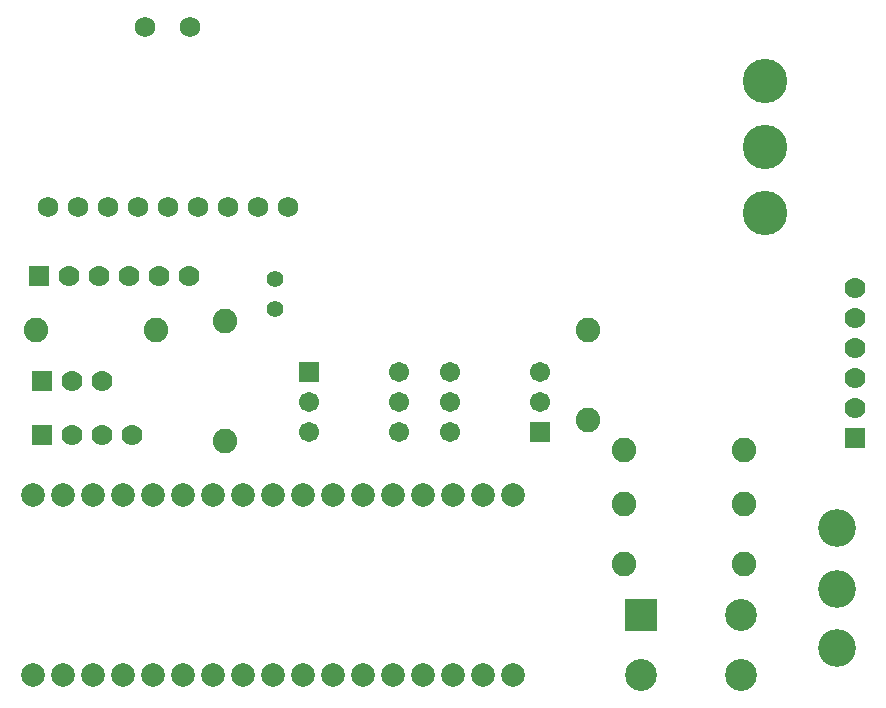
<source format=gbs>
G04 ---------------------------- Layer name :BOTTOM SOLDER LAYER*
G04 EasyEDA v5.6.15, Sat, 28 Jul 2018 02:00:14 GMT*
G04 7648dae5b10347d5bd033efbd386dee3*
G04 Gerber Generator version 0.2*
G04 Scale: 100 percent, Rotated: No, Reflected: No *
G04 Dimensions in inches *
G04 leading zeros omitted , absolute positions ,2 integer and 4 decimal *
%FSLAX24Y24*%
%MOIN*%
G90*
G70D02*

%ADD36R,0.067055X0.067055*%
%ADD37C,0.067055*%
%ADD38C,0.106425*%
%ADD39R,0.106425X0.106425*%
%ADD40C,0.055000*%
%ADD41C,0.082000*%
%ADD42C,0.070000*%
%ADD43R,0.070000X0.070000*%
%ADD44C,0.126110*%
%ADD45C,0.148000*%
%ADD46C,0.068000*%
%ADD47C,0.078866*%

%LPD*%
G54D36*
G01X11100Y11300D03*
G54D37*
G01X11100Y10300D03*
G01X11100Y9300D03*
G01X14100Y11300D03*
G01X14100Y10300D03*
G01X14100Y9300D03*
G54D38*
G01X25500Y1200D03*
G01X25500Y3207D03*
G01X22153Y1200D03*
G54D39*
G01X22153Y3207D03*
G54D40*
G01X9969Y14409D03*
G01X9969Y13409D03*
G54D41*
G01X20400Y9700D03*
G01X20400Y12700D03*
G01X25600Y4900D03*
G01X21600Y4900D03*
G01X25600Y6900D03*
G01X21600Y6900D03*
G01X25600Y8700D03*
G01X21600Y8700D03*
G54D42*
G01X7100Y14500D03*
G01X6100Y14500D03*
G01X5100Y14500D03*
G01X4100Y14500D03*
G01X3100Y14500D03*
G54D43*
G01X2100Y14500D03*
G01X2200Y9200D03*
G54D42*
G01X3200Y9200D03*
G01X4200Y9200D03*
G01X5200Y9200D03*
G01X29300Y14100D03*
G01X29300Y13100D03*
G01X29300Y12100D03*
G01X29300Y11100D03*
G01X29300Y10100D03*
G54D43*
G01X29300Y9100D03*
G54D44*
G01X28700Y2100D03*
G01X28700Y4067D03*
G01X28700Y6100D03*
G54D42*
G01X4200Y11000D03*
G01X3200Y11000D03*
G54D43*
G01X2200Y11000D03*
G54D41*
G01X8300Y13000D03*
G01X8300Y9000D03*
G54D45*
G01X26300Y21009D03*
G01X26300Y18800D03*
G01X26300Y16590D03*
G54D36*
G01X18800Y9300D03*
G54D37*
G01X18800Y10300D03*
G01X18800Y11300D03*
G01X15800Y9300D03*
G01X15800Y10300D03*
G01X15800Y11300D03*
G54D41*
G01X6000Y12700D03*
G01X2000Y12700D03*
G54D46*
G01X2400Y16800D03*
G01X3400Y16800D03*
G01X4400Y16800D03*
G01X5400Y16800D03*
G01X6400Y16800D03*
G01X7400Y16800D03*
G01X8400Y16800D03*
G01X9400Y16800D03*
G01X10400Y16800D03*
G01X7150Y22800D03*
G01X5650Y22800D03*
G54D47*
G01X17900Y7200D03*
G01X16900Y7200D03*
G01X15900Y7200D03*
G01X14900Y7200D03*
G01X13900Y7200D03*
G01X12900Y7200D03*
G01X11900Y7200D03*
G01X10900Y7200D03*
G01X9900Y7200D03*
G01X8900Y7200D03*
G01X7900Y7200D03*
G01X6900Y7200D03*
G01X5900Y7200D03*
G01X4900Y7200D03*
G01X3900Y7200D03*
G01X2900Y7200D03*
G01X1900Y7200D03*
G01X1900Y1200D03*
G01X2900Y1200D03*
G01X3900Y1200D03*
G01X4900Y1200D03*
G01X5900Y1200D03*
G01X6900Y1200D03*
G01X7900Y1200D03*
G01X8900Y1200D03*
G01X9900Y1200D03*
G01X10900Y1200D03*
G01X11900Y1200D03*
G01X12900Y1200D03*
G01X13900Y1200D03*
G01X14900Y1200D03*
G01X15900Y1200D03*
G01X16900Y1200D03*
G01X17900Y1200D03*
M00*
M02*

</source>
